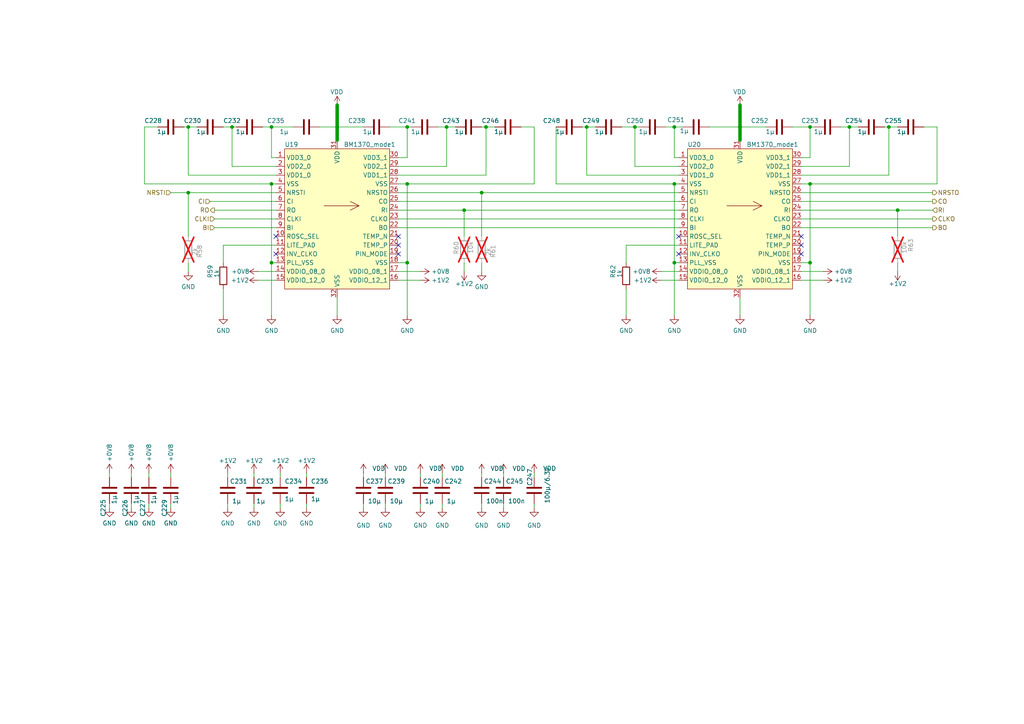
<source format=kicad_sch>
(kicad_sch (version 20231120) (generator "eeschema") (generator_version "8.0")
  (paper "A4")
  (lib_symbols
    (symbol "Device:C" (pin_numbers hide) (pin_names (offset 0.254))
      (property "Reference" "C" (at 0.635 2.54 0))
      (property "Value" "C" (at 0.635 -2.54 0))
      (symbol "C_0_1"
        (polyline (pts (xy -2.032 -0.762) (xy 2.032 -0.762)) (stroke (width 0.508)))
        (polyline (pts (xy -2.032 0.762) (xy 2.032 0.762)) (stroke (width 0.508)))
      )
      (symbol "C_1_1"
        (pin passive line (at 0 3.81 270) (length 2.794) (name "~") (number "1"))
        (pin passive line (at 0 -3.81 90) (length 2.794) (name "~") (number "2"))
      )
    )
    (symbol "Device:R" (pin_numbers hide) (pin_names (offset 0))
      (property "Reference" "R" (at 2.032 0 90))
      (property "Value" "R" (at 0 0 90))
      (symbol "R_0_1"
        (rectangle (start -1.016 -2.54) (end 1.016 2.54) (stroke (width 0.254)))
      )
      (symbol "R_1_1"
        (pin passive line (at 0 3.81 270) (length 1.27) (name "~") (number "1"))
        (pin passive line (at 0 -3.81 90) (length 1.27) (name "~") (number "2"))
      )
    )
    (symbol "GND_7" (power) (pin_names (offset 0))
      (property "Value" "GND_7" (at 0 -3.81 0))
      (symbol "GND_7_0_1"
        (polyline (pts (xy 0 0) (xy 0 -1.27) (xy 1.27 -1.27) (xy 0 -2.54) (xy -1.27 -1.27) (xy 0 -1.27)))
      )
      (symbol "GND_7_1_1"
        (pin power_in line (at 0 0 270) (length 0) hide (name "GND") (number "1"))
      )
    )
    (symbol "bitaxe:BM1370_mode1"
      (property "Reference" "U4" (at -15.24 21.59 0))
      (property "Value" "BM1370_mode1" (at 1.905 21.59 0))
      (symbol "BM1370_mode1_0_1"
        (rectangle (start -15.24 20.32) (end 15.24 -20.32) (fill (type background)))
        (polyline (pts (xy -3.81 3.81) (xy 6.35 3.81)))
        (polyline (pts (xy 3.81 2.54) (xy 6.35 3.81)))
        (polyline (pts (xy 3.81 5.08) (xy 6.35 3.81)))
      )
      (symbol "BM1370_mode1_1_1"
        (pin power_in line (at -17.78 17.78 0) (length 2.54) (name "VDD3_0") (number "1"))
        (pin unspecified line (at -17.78 -5.08 0) (length 2.54) (name "ROSC_SEL") (number "10"))
        (pin unspecified line (at -17.78 -7.62 0) (length 2.54) (name "LITE_PAD") (number "11"))
        (pin unspecified line (at -17.78 -10.16 0) (length 2.54) (name "INV_CLKO") (number "12"))
        (pin power_in line (at -17.78 -12.7 0) (length 2.54) (name "PLL_VSS") (number "13"))
        (pin power_in line (at -17.78 -15.24 0) (length 2.54) (name "VDDIO_08_0") (number "14"))
        (pin power_in line (at -17.78 -17.78 0) (length 2.54) (name "VDDIO_12_0") (number "15"))
        (pin power_in line (at 17.78 -17.78 180) (length 2.54) (name "VDDIO_12_1") (number "16"))
        (pin power_in line (at 17.78 -15.24 180) (length 2.54) (name "VDDIO_08_1") (number "17"))
        (pin power_in line (at 17.78 -12.7 180) (length 2.54) (name "VSS") (number "18"))
        (pin input line (at 17.78 -10.16 180) (length 2.54) (name "PIN_MODE") (number "19"))
        (pin power_in line (at -17.78 15.24 0) (length 2.54) (name "VDD2_0") (number "2"))
        (pin unspecified line (at 17.78 -7.62 180) (length 2.54) (name "TEMP_P") (number "20"))
        (pin unspecified line (at 17.78 -5.08 180) (length 2.54) (name "TEMP_N") (number "21"))
        (pin output line (at 17.78 -2.54 180) (length 2.54) (name "BO") (number "22"))
        (pin output line (at 17.78 0 180) (length 2.54) (name "CLKO") (number "23"))
        (pin input line (at 17.78 2.54 180) (length 2.54) (name "RI") (number "24"))
        (pin output line (at 17.78 5.08 180) (length 2.54) (name "CO") (number "25"))
        (pin output line (at 17.78 7.62 180) (length 2.54) (name "NRSTO") (number "26"))
        (pin power_in line (at 17.78 10.16 180) (length 2.54) (name "VSS") (number "27"))
        (pin power_in line (at 17.78 12.7 180) (length 2.54) (name "VDD1_1") (number "28"))
        (pin power_in line (at 17.78 15.24 180) (length 2.54) (name "VDD2_1") (number "29"))
        (pin power_in line (at -17.78 12.7 0) (length 2.54) (name "VDD1_0") (number "3"))
        (pin power_in line (at 17.78 17.78 180) (length 2.54) (name "VDD3_1") (number "30"))
        (pin power_in line (at 0 22.86 270) (length 2.54) (name "VDD") (number "31"))
        (pin power_in line (at 0 -22.86 90) (length 2.54) (name "VSS") (number "32"))
        (pin power_in line (at -17.78 10.16 0) (length 2.54) (name "VSS") (number "4"))
        (pin input line (at -17.78 7.62 0) (length 2.54) (name "NRSTI") (number "5"))
        (pin input line (at -17.78 5.08 0) (length 2.54) (name "CI") (number "6"))
        (pin output line (at -17.78 2.54 0) (length 2.54) (name "RO") (number "7"))
        (pin input line (at -17.78 0 0) (length 2.54) (name "CLKI") (number "8"))
        (pin input line (at -17.78 -2.54 0) (length 2.54) (name "BI") (number "9"))
      )
    )
    (symbol "mylib7:+0V8" (power) (exclude_from_sim yes) (in_bom no) (on_board no)
      (property "Value" "+0V8" (at 0 3.175 90))
      (symbol "+0V8_0_1"
        (polyline (pts (xy -0.762 1.27) (xy 0 2.54)))
        (polyline (pts (xy 0 0) (xy 0 2.54)))
        (polyline (pts (xy 0 2.54) (xy 0.762 1.27)))
      )
      (symbol "+0V8_1_1"
        (pin power_in line (at 0 0 90) (length 0) hide (name "+0V8") (number "1"))
      )
    )
    (symbol "power:+1V2" (power) (pin_numbers hide) (pin_names (offset 0) hide)
      (property "Value" "+1V2" (at 0 3.556 0))
      (symbol "+1V2_0_1"
        (polyline (pts (xy -0.762 1.27) (xy 0 2.54)))
        (polyline (pts (xy 0 0) (xy 0 2.54)))
        (polyline (pts (xy 0 2.54) (xy 0.762 1.27)))
      )
      (symbol "+1V2_1_1"
        (pin power_in line (at 0 0 90) (length 0) (name "~") (number "1"))
      )
    )
    (symbol "power:GND" (power) (pin_names (offset 0))
      (property "Value" "GND" (at 0 -3.81 0))
      (symbol "GND_0_1"
        (polyline (pts (xy 0 0) (xy 0 -1.27) (xy 1.27 -1.27) (xy 0 -2.54) (xy -1.27 -1.27) (xy 0 -1.27)))
      )
      (symbol "GND_1_1"
        (pin power_in line (at 0 0 270) (length 0) hide (name "GND") (number "1"))
      )
    )
    (symbol "power:VDD" (power) (pin_numbers hide) (pin_names (offset 0) hide)
      (property "Value" "VDD" (at 0 3.556 0))
      (symbol "VDD_0_1"
        (polyline (pts (xy -0.762 1.27) (xy 0 2.54)))
        (polyline (pts (xy 0 0) (xy 0 2.54)))
        (polyline (pts (xy 0 2.54) (xy 0.762 1.27)))
      )
      (symbol "VDD_1_1"
        (pin power_in line (at 0 0 90) (length 0) (name "~") (number "1"))
      )
    )
  )
  (junction (at 184.15 36.83))
  (junction (at 67.31 36.83))
  (junction (at 118.11 36.83))
  (junction (at 246.38 36.83))
  (junction (at 257.81 36.83))
  (junction (at 78.74 76.2))
  (junction (at 195.58 36.83))
  (junction (at 139.7 55.88))
  (junction (at 134.62 60.96))
  (junction (at 54.61 55.88))
  (junction (at 234.95 53.34))
  (junction (at 234.95 76.2))
  (junction (at 97.79 36.83))
  (junction (at 78.74 36.83))
  (junction (at 129.54 36.83))
  (junction (at 118.11 53.34))
  (junction (at 214.63 36.83))
  (junction (at 78.74 53.34))
  (junction (at 195.58 76.2))
  (junction (at 118.11 76.2))
  (junction (at 140.97 36.83))
  (junction (at 260.35 60.96))
  (junction (at 234.95 36.83))
  (junction (at 54.61 36.83))
  (junction (at 170.18 36.83))
  (junction (at 195.58 53.34))
  (no_connect (at 196.85 68.58))
  (no_connect (at 115.57 68.58))
  (no_connect (at 115.57 73.66))
  (no_connect (at 196.85 73.66))
  (no_connect (at 232.41 73.66))
  (no_connect (at 115.57 71.12))
  (no_connect (at 232.41 71.12))
  (no_connect (at 80.01 68.58))
  (no_connect (at 80.01 73.66))
  (no_connect (at 232.41 68.58))
  (wire (pts (xy 115.57 50.8) (xy 140.97 50.8)))
  (wire (pts (xy 139.7 146.05) (xy 139.7 147.32)))
  (wire (pts (xy 170.18 36.83) (xy 172.72 36.83)))
  (wire (pts (xy 78.74 45.72) (xy 80.01 45.72)))
  (wire (pts (xy 260.35 60.96) (xy 260.35 68.58)))
  (wire (pts (xy 271.78 53.34) (xy 271.78 36.83)))
  (wire (pts (xy 196.85 53.34) (xy 195.58 53.34)))
  (wire (pts (xy 154.94 36.83) (xy 151.13 36.83)))
  (wire (pts (xy 234.95 53.34) (xy 234.95 76.2)))
  (wire (pts (xy 246.38 48.26) (xy 246.38 36.83)))
  (wire (pts (xy 74.93 81.28) (xy 80.01 81.28)))
  (wire (pts (xy 234.95 53.34) (xy 271.78 53.34)))
  (wire (pts (xy 181.61 71.12) (xy 196.85 71.12)))
  (wire (pts (xy 214.63 30.48) (xy 214.63 36.83)) (stroke (width 1)))
  (wire (pts (xy 88.9 146.05) (xy 88.9 147.32)))
  (wire (pts (xy 121.92 146.05) (xy 121.92 147.32)))
  (wire (pts (xy 234.95 36.83) (xy 236.22 36.83)))
  (wire (pts (xy 191.77 81.28) (xy 196.85 81.28)))
  (wire (pts (xy 260.35 76.2) (xy 260.35 78.74)))
  (wire (pts (xy 232.41 53.34) (xy 234.95 53.34)))
  (wire (pts (xy 134.62 60.96) (xy 196.85 60.96)))
  (wire (pts (xy 198.12 36.83) (xy 195.58 36.83)))
  (wire (pts (xy 181.61 83.82) (xy 181.61 91.44)))
  (wire (pts (xy 195.58 76.2) (xy 195.58 91.44)))
  (wire (pts (xy 88.9 138.43) (xy 88.9 137.16)))
  (wire (pts (xy 97.79 86.36) (xy 97.79 91.44)))
  (wire (pts (xy 161.29 53.34) (xy 195.58 53.34)))
  (wire (pts (xy 154.94 53.34) (xy 154.94 36.83)))
  (wire (pts (xy 139.7 36.83) (xy 140.97 36.83)))
  (wire (pts (xy 118.11 53.34) (xy 154.94 53.34)))
  (wire (pts (xy 118.11 76.2) (xy 118.11 91.44)))
  (wire (pts (xy 43.18 137.16) (xy 43.18 138.43)))
  (wire (pts (xy 78.74 76.2) (xy 78.74 91.44)))
  (wire (pts (xy 78.74 53.34) (xy 78.74 76.2)))
  (wire (pts (xy 78.74 53.34) (xy 41.91 53.34)))
  (wire (pts (xy 128.27 146.05) (xy 128.27 147.32)))
  (wire (pts (xy 49.53 137.16) (xy 49.53 138.43)))
  (wire (pts (xy 64.77 71.12) (xy 64.77 76.2)))
  (wire (pts (xy 67.31 36.83) (xy 68.58 36.83)))
  (wire (pts (xy 115.57 66.04) (xy 196.85 66.04)))
  (wire (pts (xy 128.27 137.16) (xy 128.27 138.43)))
  (wire (pts (xy 73.66 137.16) (xy 73.66 138.43)))
  (wire (pts (xy 134.62 60.96) (xy 134.62 68.58)))
  (wire (pts (xy 191.77 78.74) (xy 196.85 78.74)))
  (wire (pts (xy 97.79 36.83) (xy 97.79 40.64)))
  (wire (pts (xy 271.78 36.83) (xy 267.97 36.83)))
  (wire (pts (xy 113.03 36.83) (xy 118.11 36.83)))
  (wire (pts (xy 115.57 45.72) (xy 118.11 45.72)))
  (wire (pts (xy 234.95 45.72) (xy 234.95 36.83)))
  (wire (pts (xy 31.75 137.16) (xy 31.75 138.43)))
  (wire (pts (xy 41.91 53.34) (xy 41.91 36.83)))
  (wire (pts (xy 54.61 76.2) (xy 54.61 78.74)))
  (wire (pts (xy 111.76 146.05) (xy 111.76 147.32)))
  (wire (pts (xy 154.94 137.16) (xy 154.94 138.43)))
  (wire (pts (xy 170.18 50.8) (xy 196.85 50.8)))
  (wire (pts (xy 81.28 138.43) (xy 81.28 137.16)))
  (wire (pts (xy 97.79 30.48) (xy 97.79 36.83)) (stroke (width 1)))
  (wire (pts (xy 129.54 48.26) (xy 129.54 36.83)))
  (wire (pts (xy 54.61 36.83) (xy 57.15 36.83)))
  (wire (pts (xy 115.57 78.74) (xy 121.92 78.74)))
  (wire (pts (xy 232.41 76.2) (xy 234.95 76.2)))
  (wire (pts (xy 78.74 36.83) (xy 85.09 36.83)))
  (wire (pts (xy 31.75 146.05) (xy 31.75 147.32)))
  (wire (pts (xy 184.15 36.83) (xy 184.15 48.26)))
  (wire (pts (xy 64.77 71.12) (xy 80.01 71.12)))
  (wire (pts (xy 232.41 55.88) (xy 270.51 55.88)))
  (wire (pts (xy 270.51 63.5) (xy 232.41 63.5)))
  (wire (pts (xy 38.1 146.05) (xy 38.1 147.32)))
  (wire (pts (xy 54.61 50.8) (xy 80.01 50.8)))
  (wire (pts (xy 115.57 53.34) (xy 118.11 53.34)))
  (wire (pts (xy 54.61 50.8) (xy 54.61 36.83)))
  (wire (pts (xy 115.57 81.28) (xy 121.92 81.28)))
  (wire (pts (xy 38.1 137.16) (xy 38.1 138.43)))
  (wire (pts (xy 257.81 36.83) (xy 260.35 36.83)))
  (wire (pts (xy 181.61 71.12) (xy 181.61 76.2)))
  (wire (pts (xy 161.29 36.83) (xy 161.29 53.34)))
  (wire (pts (xy 195.58 76.2) (xy 196.85 76.2)))
  (wire (pts (xy 256.54 36.83) (xy 257.81 36.83)))
  (wire (pts (xy 232.41 81.28) (xy 238.76 81.28)))
  (wire (pts (xy 180.34 36.83) (xy 184.15 36.83)))
  (wire (pts (xy 232.41 66.04) (xy 270.51 66.04)))
  (wire (pts (xy 146.05 137.16) (xy 146.05 138.43)))
  (wire (pts (xy 64.77 83.82) (xy 64.77 91.44)))
  (wire (pts (xy 54.61 55.88) (xy 54.61 68.58)))
  (wire (pts (xy 214.63 36.83) (xy 222.25 36.83)))
  (wire (pts (xy 170.18 36.83) (xy 170.18 50.8)))
  (wire (pts (xy 62.23 63.5) (xy 80.01 63.5)))
  (wire (pts (xy 195.58 45.72) (xy 196.85 45.72)))
  (wire (pts (xy 140.97 36.83) (xy 143.51 36.83)))
  (wire (pts (xy 41.91 36.83) (xy 45.72 36.83)))
  (wire (pts (xy 195.58 53.34) (xy 195.58 76.2)))
  (wire (pts (xy 115.57 58.42) (xy 196.85 58.42)))
  (wire (pts (xy 127 36.83) (xy 129.54 36.83)))
  (wire (pts (xy 232.41 48.26) (xy 246.38 48.26)))
  (wire (pts (xy 67.31 48.26) (xy 67.31 36.83)))
  (wire (pts (xy 97.79 36.83) (xy 97.79 40.64)) (stroke (width 1)))
  (wire (pts (xy 115.57 48.26) (xy 129.54 48.26)))
  (wire (pts (xy 168.91 36.83) (xy 170.18 36.83)))
  (wire (pts (xy 115.57 60.96) (xy 134.62 60.96)))
  (wire (pts (xy 139.7 76.2) (xy 139.7 78.74)))
  (wire (pts (xy 74.93 78.74) (xy 80.01 78.74)))
  (wire (pts (xy 43.18 146.05) (xy 43.18 147.32)))
  (wire (pts (xy 232.41 45.72) (xy 234.95 45.72)))
  (wire (pts (xy 205.74 36.83) (xy 214.63 36.83)))
  (wire (pts (xy 111.76 137.16) (xy 111.76 138.43)))
  (wire (pts (xy 62.23 66.04) (xy 80.01 66.04)))
  (wire (pts (xy 118.11 36.83) (xy 119.38 36.83)))
  (wire (pts (xy 64.77 36.83) (xy 67.31 36.83)))
  (wire (pts (xy 214.63 86.36) (xy 214.63 91.44)))
  (wire (pts (xy 195.58 36.83) (xy 195.58 45.72)))
  (wire (pts (xy 67.31 48.26) (xy 80.01 48.26)))
  (wire (pts (xy 105.41 137.16) (xy 105.41 138.43)))
  (wire (pts (xy 232.41 78.74) (xy 238.76 78.74)))
  (wire (pts (xy 92.71 36.83) (xy 97.79 36.83)))
  (wire (pts (xy 115.57 63.5) (xy 196.85 63.5)))
  (wire (pts (xy 62.23 60.96) (xy 80.01 60.96)))
  (wire (pts (xy 105.41 146.05) (xy 105.41 147.32)))
  (wire (pts (xy 140.97 50.8) (xy 140.97 36.83)))
  (wire (pts (xy 229.87 36.83) (xy 234.95 36.83)))
  (wire (pts (xy 73.66 146.05) (xy 73.66 147.32)))
  (wire (pts (xy 243.84 36.83) (xy 246.38 36.83)))
  (wire (pts (xy 134.62 76.2) (xy 134.62 78.74)))
  (wire (pts (xy 139.7 55.88) (xy 196.85 55.88)))
  (wire (pts (xy 234.95 76.2) (xy 234.95 91.44)))
  (wire (pts (xy 129.54 36.83) (xy 132.08 36.83)))
  (wire (pts (xy 53.34 36.83) (xy 54.61 36.83)))
  (wire (pts (xy 49.53 146.05) (xy 49.53 147.32)))
  (wire (pts (xy 214.63 36.83) (xy 214.63 40.64)) (stroke (width 1)))
  (wire (pts (xy 139.7 55.88) (xy 139.7 68.58)))
  (wire (pts (xy 54.61 55.88) (xy 80.01 55.88)))
  (wire (pts (xy 78.74 76.2) (xy 80.01 76.2)))
  (wire (pts (xy 118.11 45.72) (xy 118.11 36.83)))
  (wire (pts (xy 232.41 60.96) (xy 260.35 60.96)))
  (wire (pts (xy 270.51 58.42) (xy 232.41 58.42)))
  (wire (pts (xy 66.04 146.05) (xy 66.04 147.32)))
  (wire (pts (xy 115.57 55.88) (xy 139.7 55.88)))
  (wire (pts (xy 184.15 36.83) (xy 185.42 36.83)))
  (wire (pts (xy 81.28 146.05) (xy 81.28 147.32)))
  (wire (pts (xy 257.81 50.8) (xy 257.81 36.83)))
  (wire (pts (xy 60.96 58.42) (xy 80.01 58.42)))
  (wire (pts (xy 139.7 137.16) (xy 139.7 138.43)))
  (wire (pts (xy 76.2 36.83) (xy 78.74 36.83)))
  (wire (pts (xy 115.57 76.2) (xy 118.11 76.2)))
  (wire (pts (xy 193.04 36.83) (xy 195.58 36.83)))
  (wire (pts (xy 121.92 137.16) (xy 121.92 138.43)))
  (wire (pts (xy 146.05 146.05) (xy 146.05 147.32)))
  (wire (pts (xy 232.41 50.8) (xy 257.81 50.8)))
  (wire (pts (xy 118.11 53.34) (xy 118.11 76.2)))
  (wire (pts (xy 184.15 48.26) (xy 196.85 48.26)))
  (wire (pts (xy 246.38 36.83) (xy 248.92 36.83)))
  (wire (pts (xy 260.35 60.96) (xy 270.51 60.96)))
  (wire (pts (xy 97.79 36.83) (xy 105.41 36.83)))
  (wire (pts (xy 66.04 137.16) (xy 66.04 138.43)))
  (wire (pts (xy 78.74 36.83) (xy 78.74 45.72)))
  (wire (pts (xy 80.01 53.34) (xy 78.74 53.34)))
  (wire (pts (xy 49.53 55.88) (xy 54.61 55.88)))
  (wire (pts (xy 154.94 146.05) (xy 154.94 147.32)))
  (hierarchical_label "RI" (shape input) (at 270.51 60.96 0))
  (hierarchical_label "BI" (shape input) (at 62.23 66.04 180))
  (hierarchical_label "CI" (shape input) (at 60.96 58.42 180))
  (hierarchical_label "BO" (shape output) (at 270.51 66.04 0))
  (hierarchical_label "CLKO" (shape output) (at 270.51 63.5 0))
  (hierarchical_label "RO" (shape output) (at 62.23 60.96 180))
  (hierarchical_label "NRSTI" (shape input) (at 49.53 55.88 180))
  (hierarchical_label "CLKI" (shape input) (at 62.23 63.5 180))
  (hierarchical_label "NRSTO" (shape output) (at 270.51 55.88 0))
  (hierarchical_label "CO" (shape output) (at 270.51 58.42 0))
  (symbol (lib_id "power:VDD") (at 139.7 137.16 0) (unit 1)
    (property "Reference" "#PWR0384" (effects (hide yes)))
    (property "Value" "VDD" (at 142.24 135.8899 0) (effects (justify left)))
    (property "Description" "Power symbol creates a global label with name \"VDD\"" (effects (hide yes)))
  )
  (symbol (lib_id "Device:C") (at 123.19 36.83 90) (unit 1)
    (property "Reference" "C241" (at 120.65 34.29 90) (effects (justify left bottom)))
    (property "Value" "1µ" (at 121.92 37.465 90) (effects (justify left bottom)))
    (property "Footprint" "Capacitor_SMD:C_0805_2012Metric" (effects (hide yes)))
  )
  (symbol (lib_id "power:GND") (at 64.77 91.44 0) (mirror y) (unit 1)
    (property "Reference" "#PWR0222" (effects (hide yes)))
    (property "Value" "GND" (at 64.77 95.885 0))
  )
  (symbol (lib_id "Device:C") (at 121.92 142.24 0) (unit 1)
    (property "Reference" "C240" (at 122.555 140.335 0) (effects (justify left bottom)))
    (property "Value" "1µ" (at 123.19 146.05 0) (effects (justify left bottom)))
    (property "Footprint" "Capacitor_SMD:C_0805_2012Metric" (effects (hide yes)))
  )
  (symbol (lib_id "power:+1V2") (at 88.9 137.16 0) (unit 1)
    (property "Reference" "#PWR0368" (effects (hide yes)))
    (property "Value" "+1V2" (at 88.9 133.604 0))
    (property "Description" "Power symbol creates a global label with name \"+1V2\"" (effects (hide yes)))
  )
  (symbol (lib_id "power:+1V2") (at 81.28 137.16 0) (unit 1)
    (property "Reference" "#PWR0366" (effects (hide yes)))
    (property "Value" "+1V2" (at 81.28 133.604 0))
    (property "Description" "Power symbol creates a global label with name \"+1V2\"" (effects (hide yes)))
  )
  (symbol (lib_id "Device:C") (at 165.1 36.83 90) (unit 1)
    (property "Reference" "C248" (at 162.56 34.29 90) (effects (justify left bottom)))
    (property "Value" "1µ" (at 163.83 37.465 90) (effects (justify left bottom)))
    (property "Footprint" "Capacitor_SMD:C_0805_2012Metric" (effects (hide yes)))
  )
  (symbol (lib_id "Device:C") (at 264.16 36.83 90) (unit 1)
    (property "Reference" "C255" (at 261.62 34.29 90) (effects (justify left bottom)))
    (property "Value" "1µ" (at 262.89 37.465 90) (effects (justify left bottom)))
    (property "Footprint" "Capacitor_SMD:C_0805_2012Metric" (effects (hide yes)))
  )
  (symbol (lib_id "power:GND") (at 139.7 78.74 0) (mirror y) (unit 1)
    (property "Reference" "#PWR0383" (effects (hide yes)))
    (property "Value" "GND" (at 139.7 83.185 0))
  )
  (symbol (lib_id "power:+1V2") (at 134.62 78.74 180) (unit 1)
    (property "Reference" "#PWR0382" (effects (hide yes)))
    (property "Value" "+1V2" (at 134.62 82.296 0))
    (property "Description" "Power symbol creates a global label with name \"+1V2\"" (effects (hide yes)))
  )
  (symbol (lib_id "Device:C") (at 66.04 142.24 0) (unit 1)
    (property "Reference" "C231" (at 66.675 140.335 0) (effects (justify left bottom)))
    (property "Value" "1µ" (at 67.31 146.05 0) (effects (justify left bottom)))
    (property "Footprint" "Capacitor_SMD:C_0805_2012Metric" (effects (hide yes)))
  )
  (symbol (lib_id "power:+1V2") (at 73.66 137.16 0) (unit 1)
    (property "Reference" "#PWR0289" (effects (hide yes)))
    (property "Value" "+1V2" (at 73.66 133.604 0))
    (property "Description" "Power symbol creates a global label with name \"+1V2\"" (effects (hide yes)))
  )
  (symbol (lib_id "mylib7:+0V8") (at 38.1 137.16 0) (unit 1)
    (property "Reference" "#U034" (effects (hide yes)))
    (property "Value" "+0V8" (at 38.1 133.985 90) (effects (justify left)))
    (property "Distributor" "-" (effects (hide yes)))
  )
  (symbol (lib_id "Device:C") (at 88.9 142.24 0) (unit 1)
    (property "Reference" "C236" (at 90.17 140.335 0) (effects (justify left bottom)))
    (property "Value" "1µ" (at 90.17 145.415 0) (effects (justify left bottom)))
    (property "Footprint" "Capacitor_SMD:C_0805_2012Metric" (effects (hide yes)))
  )
  (symbol (lib_id "power:VDD") (at 214.63 30.48 0) (unit 1)
    (property "Reference" "#PWR0393" (effects (hide yes)))
    (property "Value" "VDD" (at 212.598 26.67 0) (effects (justify left)))
    (property "Description" "Power symbol creates a global label with name \"VDD\"" (effects (hide yes)))
  )
  (symbol (lib_id "power:VDD") (at 128.27 137.16 0) (unit 1)
    (property "Reference" "#PWR0380" (effects (hide yes)))
    (property "Value" "VDD" (at 130.81 135.8899 0) (effects (justify left)))
    (property "Description" "Power symbol creates a global label with name \"VDD\"" (effects (hide yes)))
  )
  (symbol (lib_id "Device:C") (at 109.22 36.83 90) (unit 1)
    (property "Reference" "C238" (at 106.045 34.29 90) (effects (justify left bottom)))
    (property "Value" "1µ" (at 107.95 37.465 90) (effects (justify left bottom)))
    (property "Footprint" "Capacitor_SMD:C_0805_2012Metric" (effects (hide yes)))
  )
  (symbol (lib_id "power:+1V2") (at 121.92 81.28 270) (unit 1)
    (property "Reference" "#PWR0377" (effects (hide yes)))
    (property "Value" "+1V2" (at 127.762 81.28 90))
    (property "Description" "Power symbol creates a global label with name \"+1V2\"" (effects (hide yes)))
  )
  (symbol (lib_id "bitaxe:BM1370_mode1") (at 97.79 63.5 0) (unit 1)
    (property "Reference" "U19" (at 82.55 41.91 0) (effects (justify left)))
    (property "Value" "BM1370_mode1" (at 99.695 41.91 0) (effects (justify left)))
    (property "Footprint" "Nerd8:BM1370" (effects (hide yes)))
  )
  (symbol (lib_id "power:GND") (at 195.58 91.44 0) (mirror y) (unit 1)
    (property "Reference" "#PWR0392" (effects (hide yes)))
    (property "Value" "GND" (at 195.58 95.885 0))
  )
  (symbol (lib_id "Device:R") (at 260.35 72.39 0) (unit 1) (dnp yes)
    (property "Reference" "R63" (at 264.16 71.12 90))
    (property "Value" "10k" (at 262.255 71.755 90))
    (property "Footprint" "Resistor_SMD:R_0805_2012Metric" (effects (hide yes)))
  )
  (symbol (lib_name "GND_7") (lib_id "power:GND") (at 121.92 147.32 0) (unit 1)
    (property "Reference" "#PWR0379" (effects (hide yes)))
    (property "Value" "GND" (at 121.92 152.4 0))
  )
  (symbol (lib_id "power:GND") (at 78.74 91.44 0) (mirror y) (unit 1)
    (property "Reference" "#PWR0365" (effects (hide yes)))
    (property "Value" "GND" (at 78.74 95.885 0))
  )
  (symbol (lib_id "Device:C") (at 240.03 36.83 90) (unit 1)
    (property "Reference" "C253" (at 237.49 34.29 90) (effects (justify left bottom)))
    (property "Value" "1µ" (at 238.76 37.465 90) (effects (justify left bottom)))
    (property "Footprint" "Capacitor_SMD:C_0805_2012Metric" (effects (hide yes)))
  )
  (symbol (lib_id "mylib7:+0V8") (at 74.93 78.74 90) (unit 1)
    (property "Reference" "#U039" (effects (hide yes)))
    (property "Value" "+0V8" (at 72.39 78.74 90) (effects (justify left)))
    (property "Distributor" "-" (effects (hide yes)))
  )
  (symbol (lib_id "power:+1V2") (at 74.93 81.28 90) (unit 1)
    (property "Reference" "#PWR0364" (effects (hide yes)))
    (property "Value" "+1V2" (at 69.596 81.28 90))
    (property "Description" "Power symbol creates a global label with name \"+1V2\"" (effects (hide yes)))
  )
  (symbol (lib_id "power:VDD") (at 105.41 137.16 0) (unit 1)
    (property "Reference" "#PWR0372" (effects (hide yes)))
    (property "Value" "VDD" (at 107.95 135.8899 0) (effects (justify left)))
    (property "Description" "Power symbol creates a global label with name \"VDD\"" (effects (hide yes)))
  )
  (symbol (lib_id "power:GND") (at 43.18 147.32 0) (mirror y) (unit 1)
    (property "Reference" "#PWR0212" (effects (hide yes)))
    (property "Value" "GND" (at 43.18 151.765 0))
  )
  (symbol (lib_id "Device:C") (at 73.66 142.24 0) (unit 1)
    (property "Reference" "C233" (at 74.295 140.335 0) (effects (justify left bottom)))
    (property "Value" "1µ" (at 74.295 146.05 0) (effects (justify left bottom)))
    (property "Footprint" "Capacitor_SMD:C_0805_2012Metric" (effects (hide yes)))
  )
  (symbol (lib_id "power:VDD") (at 121.92 137.16 0) (unit 1)
    (property "Reference" "#PWR0378" (effects (hide yes)))
    (property "Value" "VDD" (at 124.46 135.8899 0) (effects (justify left)))
    (property "Description" "Power symbol creates a global label with name \"VDD\"" (effects (hide yes)))
  )
  (symbol (lib_id "power:GND") (at 73.66 147.32 0) (mirror y) (unit 1)
    (property "Reference" "#PWR0363" (effects (hide yes)))
    (property "Value" "GND" (at 73.66 151.765 0))
  )
  (symbol (lib_id "power:VDD") (at 154.94 137.16 0) (unit 1)
    (property "Reference" "#PWR0388" (effects (hide yes)))
    (property "Value" "VDD" (at 157.48 135.8899 0) (effects (justify left)))
    (property "Description" "Power symbol creates a global label with name \"VDD\"" (effects (hide yes)))
  )
  (symbol (lib_id "Device:C") (at 176.53 36.83 90) (unit 1)
    (property "Reference" "C249" (at 173.99 34.29 90) (effects (justify left bottom)))
    (property "Value" "1µ" (at 175.26 37.465 90) (effects (justify left bottom)))
    (property "Footprint" "Capacitor_SMD:C_0805_2012Metric" (effects (hide yes)))
  )
  (symbol (lib_id "bitaxe:BM1370_mode1") (at 214.63 63.5 0) (unit 1)
    (property "Reference" "U20" (at 199.39 41.91 0) (effects (justify left)))
    (property "Value" "BM1370_mode1" (at 216.535 41.91 0) (effects (justify left)))
    (property "Footprint" "Nerd8:BM1370" (effects (hide yes)))
  )
  (symbol (lib_name "GND_7") (lib_id "power:GND") (at 105.41 147.32 0) (unit 1)
    (property "Reference" "#PWR0373" (effects (hide yes)))
    (property "Value" "GND" (at 105.41 152.4 0))
  )
  (symbol (lib_id "Device:C") (at 135.89 36.83 90) (unit 1)
    (property "Reference" "C243" (at 133.35 34.29 90) (effects (justify left bottom)))
    (property "Value" "1µ" (at 134.62 37.465 90) (effects (justify left bottom)))
    (property "Footprint" "Capacitor_SMD:C_0805_2012Metric" (effects (hide yes)))
  )
  (symbol (lib_name "GND_7") (lib_id "power:GND") (at 146.05 147.32 0) (unit 1)
    (property "Reference" "#PWR0387" (effects (hide yes)))
    (property "Value" "GND" (at 146.05 152.4 0))
  )
  (symbol (lib_id "Device:C") (at 189.23 36.83 90) (unit 1)
    (property "Reference" "C250" (at 186.69 34.29 90) (effects (justify left bottom)))
    (property "Value" "1µ" (at 187.96 37.465 90) (effects (justify left bottom)))
    (property "Footprint" "Capacitor_SMD:C_0805_2012Metric" (effects (hide yes)))
  )
  (symbol (lib_id "power:GND") (at 81.28 147.32 0) (mirror y) (unit 1)
    (property "Reference" "#PWR0367" (effects (hide yes)))
    (property "Value" "GND" (at 81.28 151.765 0))
  )
  (symbol (lib_id "Device:C") (at 43.18 142.24 180) (unit 1)
    (property "Reference" "C227" (at 40.64 144.78 90) (effects (justify left bottom)))
    (property "Value" "1µ" (at 43.815 143.51 90) (effects (justify left bottom)))
    (property "Footprint" "Capacitor_SMD:C_0805_2012Metric" (effects (hide yes)))
  )
  (symbol (lib_id "Device:C") (at 49.53 36.83 90) (unit 1)
    (property "Reference" "C228" (at 46.99 34.29 90) (effects (justify left bottom)))
    (property "Value" "1µ" (at 48.26 37.465 90) (effects (justify left bottom)))
    (property "Footprint" "Capacitor_SMD:C_0805_2012Metric" (effects (hide yes)))
  )
  (symbol (lib_id "mylib7:+0V8") (at 191.77 78.74 90) (unit 1)
    (property "Reference" "#U041" (effects (hide yes)))
    (property "Value" "+0V8" (at 188.722 78.74 90) (effects (justify left)))
    (property "Distributor" "-" (effects (hide yes)))
  )
  (symbol (lib_id "power:+1V2") (at 260.35 78.74 180) (unit 1)
    (property "Reference" "#PWR0397" (effects (hide yes)))
    (property "Value" "+1V2" (at 260.35 82.296 0))
    (property "Description" "Power symbol creates a global label with name \"+1V2\"" (effects (hide yes)))
  )
  (symbol (lib_id "Device:C") (at 111.76 142.24 0) (unit 1)
    (property "Reference" "C239" (at 112.395 140.335 0) (effects (justify left bottom)))
    (property "Value" "10µ" (at 113.03 146.05 0) (effects (justify left bottom)))
    (property "Footprint" "Capacitor_SMD:C_0805_2012Metric" (effects (hide yes)))
    (property "Distributor" "D" (effects (hide yes)))
    (property "Manufacturer" "C2012X5R1E106K125AB" (effects (hide yes)))
    (property "OrderNr" "445-5984-1-ND" (effects (hide yes)))
  )
  (symbol (lib_id "power:+1V2") (at 191.77 81.28 90) (unit 1)
    (property "Reference" "#PWR0391" (effects (hide yes)))
    (property "Value" "+1V2" (at 186.436 81.28 90))
    (property "Description" "Power symbol creates a global label with name \"+1V2\"" (effects (hide yes)))
  )
  (symbol (lib_id "Device:R") (at 54.61 72.39 0) (mirror x) (unit 1) (dnp yes)
    (property "Reference" "R58" (at 57.912 72.898 90))
    (property "Value" "2k" (at 56.515 73.025 90))
    (property "Footprint" "Resistor_SMD:R_0805_2012Metric" (effects (hide yes)))
  )
  (symbol (lib_id "mylib7:+0V8") (at 43.18 137.16 0) (unit 1)
    (property "Reference" "#U037" (effects (hide yes)))
    (property "Value" "+0V8" (at 43.18 133.985 90) (effects (justify left)))
    (property "Distributor" "-" (effects (hide yes)))
  )
  (symbol (lib_id "Device:C") (at 201.93 36.83 90) (unit 1)
    (property "Reference" "C251" (at 198.628 34.036 90) (effects (justify left bottom)))
    (property "Value" "1µ" (at 199.898 37.211 90) (effects (justify left bottom)))
    (property "Footprint" "Capacitor_SMD:C_0805_2012Metric" (effects (hide yes)))
  )
  (symbol (lib_id "Device:C") (at 60.96 36.83 90) (unit 1)
    (property "Reference" "C230" (at 58.42 34.29 90) (effects (justify left bottom)))
    (property "Value" "1µ" (at 59.69 37.465 90) (effects (justify left bottom)))
    (property "Footprint" "Capacitor_SMD:C_0805_2012Metric" (effects (hide yes)))
  )
  (symbol (lib_id "Device:C") (at 147.32 36.83 90) (unit 1)
    (property "Reference" "C246" (at 144.78 34.29 90) (effects (justify left bottom)))
    (property "Value" "1µ" (at 146.05 37.465 90) (effects (justify left bottom)))
    (property "Footprint" "Capacitor_SMD:C_0805_2012Metric" (effects (hide yes)))
  )
  (symbol (lib_id "power:GND") (at 31.75 147.32 0) (mirror y) (unit 1)
    (property "Reference" "#PWR0202" (effects (hide yes)))
    (property "Value" "GND" (at 31.75 151.765 0))
  )
  (symbol (lib_name "GND_7") (lib_id "power:GND") (at 128.27 147.32 0) (unit 1)
    (property "Reference" "#PWR0381" (effects (hide yes)))
    (property "Value" "GND" (at 128.27 152.4 0))
  )
  (symbol (lib_id "power:VDD") (at 97.79 30.48 0) (unit 1)
    (property "Reference" "#PWR0370" (effects (hide yes)))
    (property "Value" "VDD" (at 95.758 26.67 0) (effects (justify left)))
    (property "Description" "Power symbol creates a global label with name \"VDD\"" (effects (hide yes)))
  )
  (symbol (lib_id "mylib7:+0V8") (at 31.75 137.16 0) (unit 1)
    (property "Reference" "#U029" (effects (hide yes)))
    (property "Value" "+0V8" (at 31.75 133.985 90) (effects (justify left)))
    (property "Distributor" "-" (effects (hide yes)))
  )
  (symbol (lib_id "Device:R") (at 64.77 80.01 0) (mirror y) (unit 1)
    (property "Reference" "R59" (at 60.96 78.74 90))
    (property "Value" "1k" (at 62.865 79.375 90))
    (property "Footprint" "Resistor_SMD:R_0805_2012Metric" (effects (hide yes)))
  )
  (symbol (lib_id "mylib7:+0V8") (at 121.92 78.74 270) (unit 1)
    (property "Reference" "#U040" (effects (hide yes)))
    (property "Value" "+0V8" (at 125.095 78.74 90) (effects (justify left)))
    (property "Distributor" "-" (effects (hide yes)))
  )
  (symbol (lib_id "Device:C") (at 31.75 142.24 180) (unit 1)
    (property "Reference" "C225" (at 29.21 144.78 90) (effects (justify left bottom)))
    (property "Value" "1µ" (at 32.385 143.51 90) (effects (justify left bottom)))
    (property "Footprint" "Capacitor_SMD:C_0805_2012Metric" (effects (hide yes)))
  )
  (symbol (lib_id "Device:C") (at 38.1 142.24 180) (unit 1)
    (property "Reference" "C226" (at 35.56 144.78 90) (effects (justify left bottom)))
    (property "Value" "1µ" (at 38.735 143.51 90) (effects (justify left bottom)))
    (property "Footprint" "Capacitor_SMD:C_0805_2012Metric" (effects (hide yes)))
  )
  (symbol (lib_id "power:GND") (at 118.11 91.44 0) (mirror y) (unit 1)
    (property "Reference" "#PWR0376" (effects (hide yes)))
    (property "Value" "GND" (at 118.11 95.885 0))
  )
  (symbol (lib_id "power:GND") (at 214.63 91.44 0) (mirror y) (unit 1)
    (property "Reference" "#PWR0394" (effects (hide yes)))
    (property "Value" "GND" (at 214.63 95.885 0))
  )
  (symbol (lib_id "Device:C") (at 146.05 142.24 0) (unit 1)
    (property "Reference" "C245" (at 146.685 140.335 0) (effects (justify left bottom)))
    (property "Value" "100n" (at 147.32 146.05 0) (effects (justify left bottom)))
    (property "Footprint" "Capacitor_SMD:C_0805_2012Metric" (effects (hide yes)))
  )
  (symbol (lib_id "Device:C") (at 49.53 142.24 180) (unit 1)
    (property "Reference" "C229" (at 46.99 144.78 90) (effects (justify left bottom)))
    (property "Value" "1µ" (at 50.165 143.51 90) (effects (justify left bottom)))
    (property "Footprint" "Capacitor_SMD:C_0805_2012Metric" (effects (hide yes)))
  )
  (symbol (lib_name "GND_7") (lib_id "power:GND") (at 111.76 147.32 0) (unit 1)
    (property "Reference" "#PWR0375" (effects (hide yes)))
    (property "Value" "GND" (at 111.76 152.4 0))
  )
  (symbol (lib_id "power:GND") (at 66.04 147.32 0) (mirror y) (unit 1)
    (property "Reference" "#PWR0269" (effects (hide yes)))
    (property "Value" "GND" (at 66.04 151.765 0))
  )
  (symbol (lib_id "power:+1V2") (at 66.04 137.16 0) (unit 1)
    (property "Reference" "#PWR0246" (effects (hide yes)))
    (property "Value" "+1V2" (at 66.04 133.604 0))
    (property "Description" "Power symbol creates a global label with name \"+1V2\"" (effects (hide yes)))
  )
  (symbol (lib_id "Device:R") (at 181.61 80.01 0) (mirror y) (unit 1)
    (property "Reference" "R62" (at 177.8 78.74 90))
    (property "Value" "1k" (at 179.705 79.375 90))
    (property "Footprint" "Resistor_SMD:R_0805_2012Metric" (effects (hide yes)))
  )
  (symbol (lib_id "Device:C") (at 88.9 36.83 90) (unit 1)
    (property "Reference" "C235" (at 82.55 34.29 90) (effects (justify left bottom)))
    (property "Value" "1µ" (at 83.82 37.465 90) (effects (justify left bottom)))
    (property "Footprint" "Capacitor_SMD:C_0805_2012Metric" (effects (hide yes)))
  )
  (symbol (lib_id "power:GND") (at 97.79 91.44 0) (mirror y) (unit 1)
    (property "Reference" "#PWR0371" (effects (hide yes)))
    (property "Value" "GND" (at 97.79 95.885 0))
  )
  (symbol (lib_id "Device:R") (at 134.62 72.39 0) (unit 1) (dnp yes)
    (property "Reference" "R60" (at 132.334 71.882 90))
    (property "Value" "10k" (at 136.525 71.755 90))
    (property "Footprint" "Resistor_SMD:R_0805_2012Metric" (effects (hide yes)))
  )
  (symbol (lib_id "power:GND") (at 54.61 78.74 0) (mirror y) (unit 1)
    (property "Reference" "#PWR0221" (effects (hide yes)))
    (property "Value" "GND" (at 54.61 83.185 0))
  )
  (symbol (lib_id "power:GND") (at 49.53 147.32 0) (mirror y) (unit 1)
    (property "Reference" "#PWR0220" (effects (hide yes)))
    (property "Value" "GND" (at 49.53 151.765 0))
  )
  (symbol (lib_id "Device:C") (at 128.27 142.24 0) (unit 1)
    (property "Reference" "C242" (at 128.905 140.335 0) (effects (justify left bottom)))
    (property "Value" "1µ" (at 129.54 146.05 0) (effects (justify left bottom)))
    (property "Footprint" "Capacitor_SMD:C_0805_2012Metric" (effects (hide yes)))
  )
  (symbol (lib_id "power:GND") (at 38.1 147.32 0) (mirror y) (unit 1)
    (property "Reference" "#PWR0203" (effects (hide yes)))
    (property "Value" "GND" (at 38.1 151.765 0))
  )
  (symbol (lib_id "Device:C") (at 226.06 36.83 90) (unit 1)
    (property "Reference" "C252" (at 222.885 34.29 90) (effects (justify left bottom)))
    (property "Value" "1µ" (at 224.79 37.465 90) (effects (justify left bottom)))
    (property "Footprint" "Capacitor_SMD:C_0805_2012Metric" (effects (hide yes)))
  )
  (symbol (lib_id "Device:C") (at 154.94 142.24 0) (unit 1)
    (property "Reference" "C247" (at 153.67 140.97 90) (effects (justify left)))
    (property "Value" "100µ/6.3V" (at 158.75 146.05 90) (effects (justify left)))
    (property "Footprint" "Capacitor_SMD:C_1210_3225Metric" (effects (hide yes)))
    (property "Distributor" "D" (effects (hide yes)))
    (property "Manufacturer" "C1210C107M8PAC7800" (effects (hide yes)))
    (property "OrderNr" "399-C1210C107M8PAC7800CT-ND" (effects (hide yes)))
  )
  (symbol (lib_id "Device:C") (at 252.73 36.83 90) (unit 1)
    (property "Reference" "C254" (at 250.19 34.29 90) (effects (justify left bottom)))
    (property "Value" "1µ" (at 251.46 37.465 90) (effects (justify left bottom)))
    (property "Footprint" "Capacitor_SMD:C_0805_2012Metric" (effects (hide yes)))
  )
  (symbol (lib_id "power:GND") (at 234.95 91.44 0) (mirror y) (unit 1)
    (property "Reference" "#PWR0395" (effects (hide yes)))
    (property "Value" "GND" (at 234.95 95.885 0))
  )
  (symbol (lib_id "mylib7:+0V8") (at 238.76 78.74 270) (unit 1)
    (property "Reference" "#U042" (effects (hide yes)))
    (property "Value" "+0V8" (at 241.935 78.74 90) (effects (justify left)))
    (property "Distributor" "-" (effects (hide yes)))
  )
  (symbol (lib_id "power:VDD") (at 146.05 137.16 0) (unit 1)
    (property "Reference" "#PWR0386" (effects (hide yes)))
    (property "Value" "VDD" (at 148.59 135.8899 0) (effects (justify left)))
    (property "Description" "Power symbol creates a global label with name \"VDD\"" (effects (hide yes)))
  )
  (symbol (lib_id "power:GND") (at 154.94 147.32 0) (mirror y) (unit 1)
    (property "Reference" "#PWR0389" (effects (hide yes)))
    (property "Value" "GND" (at 154.94 152.4 0))
  )
  (symbol (lib_id "Device:C") (at 105.41 142.24 0) (unit 1)
    (property "Reference" "C237" (at 106.045 140.335 0) (effects (justify left bottom)))
    (property "Value" "10µ" (at 106.68 146.05 0) (effects (justify left bottom)))
    (property "Footprint" "Capacitor_SMD:C_0805_2012Metric" (effects (hide yes)))
    (property "Distributor" "D" (effects (hide yes)))
    (property "Manufacturer" "C2012X5R1E106K125AB" (effects (hide yes)))
    (property "OrderNr" "445-5984-1-ND" (effects (hide yes)))
  )
  (symbol (lib_id "mylib7:+0V8") (at 49.53 137.16 0) (unit 1)
    (property "Reference" "#U038" (effects (hide yes)))
    (property "Value" "+0V8" (at 49.53 133.985 90) (effects (justify left)))
    (property "Distributor" "-" (effects (hide yes)))
  )
  (symbol (lib_id "power:+1V2") (at 238.76 81.28 270) (unit 1)
    (property "Reference" "#PWR0396" (effects (hide yes)))
    (property "Value" "+1V2" (at 244.602 81.28 90))
    (property "Description" "Power symbol creates a global label with name \"+1V2\"" (effects (hide yes)))
  )
  (symbol (lib_id "power:GND") (at 181.61 91.44 0) (mirror y) (unit 1)
    (property "Reference" "#PWR0390" (effects (hide yes)))
    (property "Value" "GND" (at 181.61 95.885 0))
  )
  (symbol (lib_id "Device:C") (at 139.7 142.24 0) (unit 1)
    (property "Reference" "C244" (at 140.335 140.335 0) (effects (justify left bottom)))
    (property "Value" "100n" (at 140.97 146.05 0) (effects (justify left bottom)))
    (property "Footprint" "Capacitor_SMD:C_0805_2012Metric" (effects (hide yes)))
  )
  (symbol (lib_id "power:VDD") (at 111.76 137.16 0) (unit 1)
    (property "Reference" "#PWR0374" (effects (hide yes)))
    (property "Value" "VDD" (at 114.3 135.8899 0) (effects (justify left)))
    (property "Description" "Power symbol creates a global label with name \"VDD\"" (effects (hide yes)))
  )
  (symbol (lib_id "Device:C") (at 72.39 36.83 90) (unit 1)
    (property "Reference" "C232" (at 69.85 34.29 90) (effects (justify left bottom)))
    (property "Value" "1µ" (at 71.12 37.465 90) (effects (justify left bottom)))
    (property "Footprint" "Capacitor_SMD:C_0805_2012Metric" (effects (hide yes)))
  )
  (symbol (lib_name "GND_7") (lib_id "power:GND") (at 139.7 147.32 0) (unit 1)
    (property "Reference" "#PWR0385" (effects (hide yes)))
    (property "Value" "GND" (at 139.7 152.4 0))
  )
  (symbol (lib_id "power:GND") (at 88.9 147.32 0) (mirror y) (unit 1)
    (property "Reference" "#PWR0369" (effects (hide yes)))
    (property "Value" "GND" (at 88.9 151.765 0))
  )
  (symbol (lib_id "Device:C") (at 81.28 142.24 0) (unit 1)
    (property "Reference" "C234" (at 82.55 140.335 0) (effects (justify left bottom)))
    (property "Value" "1µ" (at 82.55 145.415 0) (effects (justify left bottom)))
    (property "Footprint" "Capacitor_SMD:C_0805_2012Metric" (effects (hide yes)))
  )
  (symbol (lib_id "Device:R") (at 139.7 72.39 0) (mirror x) (unit 1) (dnp yes)
    (property "Reference" "R61" (at 143.002 72.898 90))
    (property "Value" "2k" (at 141.605 73.025 90))
    (property "Footprint" "Resistor_SMD:R_0805_2012Metric" (effects (hide yes)))
  )
)
</source>
